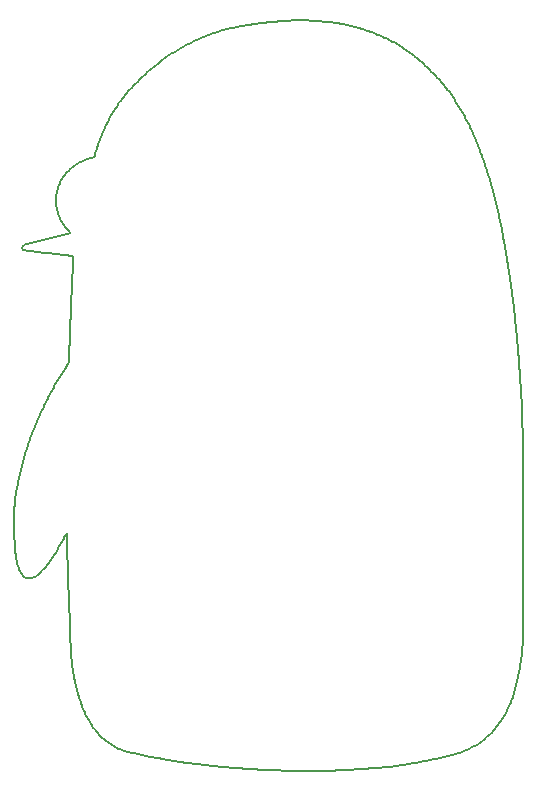
<source format=gbr>
%TF.GenerationSoftware,KiCad,Pcbnew,(5.1.0)-1*%
%TF.CreationDate,2019-10-25T10:12:22-05:00*%
%TF.ProjectId,wenk_sao,77656e6b-5f73-4616-9f2e-6b696361645f,v01*%
%TF.SameCoordinates,Original*%
%TF.FileFunction,Profile,NP*%
%FSLAX46Y46*%
G04 Gerber Fmt 4.6, Leading zero omitted, Abs format (unit mm)*
G04 Created by KiCad (PCBNEW (5.1.0)-1) date 2019-10-25 10:12:22*
%MOMM*%
%LPD*%
G04 APERTURE LIST*
%ADD10C,0.200000*%
G04 APERTURE END LIST*
D10*
X151359117Y-63398274D02*
X151359122Y-63398644D01*
X154846263Y-63728714D02*
X154676074Y-63696502D01*
X154676074Y-63696502D02*
X154503042Y-63668831D01*
X154503042Y-63668831D02*
X154321241Y-63643047D01*
X154321241Y-63643047D02*
X154142298Y-63619938D01*
X154142298Y-63619938D02*
X153958510Y-63597958D01*
X153958510Y-63597958D02*
X153776692Y-63577607D01*
X153776692Y-63577607D02*
X153592968Y-63558213D01*
X153592968Y-63558213D02*
X153408707Y-63539790D01*
X153408707Y-63539790D02*
X153221946Y-63522046D01*
X153221946Y-63522046D02*
X153036830Y-63505309D01*
X153036830Y-63505309D02*
X152846626Y-63488941D01*
X152846626Y-63488941D02*
X152659242Y-63473620D01*
X152659242Y-63473620D02*
X152468513Y-63458851D01*
X152468513Y-63458851D02*
X152277064Y-63444900D01*
X152277064Y-63444900D02*
X152088043Y-63432075D01*
X152088043Y-63432075D02*
X151898701Y-63420335D01*
X151898701Y-63420335D02*
X151704130Y-63409766D01*
X151704130Y-63409766D02*
X151509241Y-63401496D01*
X151509241Y-63401496D02*
X151359117Y-63398274D01*
X160804693Y-66326154D02*
X160689148Y-66241450D01*
X160689148Y-66241450D02*
X160572048Y-66157257D01*
X160572048Y-66157257D02*
X160452060Y-66072709D01*
X160452060Y-66072709D02*
X160333016Y-65990538D01*
X160333016Y-65990538D02*
X160213598Y-65909814D01*
X160213598Y-65909814D02*
X160092469Y-65829672D01*
X160092469Y-65829672D02*
X159969583Y-65750146D01*
X159969583Y-65750146D02*
X159843578Y-65670444D01*
X159843578Y-65670444D02*
X159715047Y-65591047D01*
X159715047Y-65591047D02*
X159588570Y-65514783D01*
X159588570Y-65514783D02*
X159460817Y-65439603D01*
X159460817Y-65439603D02*
X159332410Y-65365891D01*
X159332410Y-65365891D02*
X159199943Y-65291771D01*
X159199943Y-65291771D02*
X159068072Y-65219899D01*
X159068072Y-65219899D02*
X158936782Y-65150209D01*
X158936782Y-65150209D02*
X158802631Y-65080894D01*
X158802631Y-65080894D02*
X158666923Y-65012688D01*
X158666923Y-65012688D02*
X158524037Y-64942916D01*
X158524037Y-64942916D02*
X158380109Y-64874711D01*
X158380109Y-64874711D02*
X158239337Y-64809975D01*
X158239337Y-64809975D02*
X158100348Y-64747928D01*
X158100348Y-64747928D02*
X157952408Y-64683885D01*
X157952408Y-64683885D02*
X157803243Y-64621347D01*
X157803243Y-64621347D02*
X157652081Y-64560006D01*
X157652081Y-64560006D02*
X157501803Y-64501002D01*
X157501803Y-64501002D02*
X157356131Y-64445635D01*
X157356131Y-64445635D02*
X157208446Y-64391296D01*
X157208446Y-64391296D02*
X157057928Y-64337718D01*
X157057928Y-64337718D02*
X156908314Y-64286214D01*
X156908314Y-64286214D02*
X156754238Y-64234949D01*
X156754238Y-64234949D02*
X156601791Y-64185944D01*
X156601791Y-64185944D02*
X156446316Y-64137673D01*
X156446316Y-64137673D02*
X156285346Y-64089453D01*
X156285346Y-64089453D02*
X156124331Y-64042952D01*
X156124331Y-64042952D02*
X155963276Y-63998111D01*
X155963276Y-63998111D02*
X155802190Y-63954880D01*
X155802190Y-63954880D02*
X155642742Y-63913629D01*
X155642742Y-63913629D02*
X155479147Y-63872840D01*
X155479147Y-63872840D02*
X155315511Y-63833544D01*
X155315511Y-63833544D02*
X155150994Y-63795496D01*
X155150994Y-63795496D02*
X154983005Y-63758102D01*
X154983005Y-63758102D02*
X154846263Y-63728714D01*
X163720885Y-69262624D02*
X163634060Y-69148806D01*
X163634060Y-69148806D02*
X163543824Y-69035230D01*
X163543824Y-69035230D02*
X163453397Y-68925004D01*
X163453397Y-68925004D02*
X163359649Y-68813695D01*
X163359649Y-68813695D02*
X163266142Y-68705135D01*
X163266142Y-68705135D02*
X163171249Y-68597083D01*
X163171249Y-68597083D02*
X163074240Y-68488530D01*
X163074240Y-68488530D02*
X162975612Y-68379914D01*
X162975612Y-68379914D02*
X162878848Y-68274896D01*
X162878848Y-68274896D02*
X162781495Y-68170651D01*
X162781495Y-68170651D02*
X162683931Y-68067500D01*
X162683931Y-68067500D02*
X162584920Y-67964094D01*
X162584920Y-67964094D02*
X162481542Y-67857434D01*
X162481542Y-67857434D02*
X162378828Y-67752732D01*
X162378828Y-67752732D02*
X162277101Y-67650253D01*
X162277101Y-67650253D02*
X162171795Y-67545428D01*
X162171795Y-67545428D02*
X162068050Y-67443404D01*
X162068050Y-67443404D02*
X161964536Y-67342853D01*
X161964536Y-67342853D02*
X161859936Y-67242535D01*
X161859936Y-67242535D02*
X161754580Y-67142840D01*
X161754580Y-67142840D02*
X161650398Y-67045645D01*
X161650398Y-67045645D02*
X161544621Y-66948456D01*
X161544621Y-66948456D02*
X161437745Y-66851898D01*
X161437745Y-66851898D02*
X161330340Y-66756667D01*
X161330340Y-66756667D02*
X161223043Y-66663539D01*
X161223043Y-66663539D02*
X161113822Y-66571074D01*
X161113822Y-66571074D02*
X161003853Y-66480736D01*
X161003853Y-66480736D02*
X160892042Y-66392300D01*
X160892042Y-66392300D02*
X160804693Y-66326154D01*
X167474050Y-77506383D02*
X167429157Y-77345743D01*
X167429157Y-77345743D02*
X167384776Y-77189084D01*
X167384776Y-77189084D02*
X167337976Y-77026188D01*
X167337976Y-77026188D02*
X167291664Y-76867287D01*
X167291664Y-76867287D02*
X167245102Y-76709807D01*
X167245102Y-76709807D02*
X167196795Y-76548803D01*
X167196795Y-76548803D02*
X167149705Y-76394164D01*
X167149705Y-76394164D02*
X167101591Y-76238482D01*
X167101591Y-76238482D02*
X167048638Y-76069806D01*
X167048638Y-76069806D02*
X166999534Y-75915849D01*
X166999534Y-75915849D02*
X166948199Y-75757394D01*
X166948199Y-75757394D02*
X166895365Y-75596923D01*
X166895365Y-75596923D02*
X166844111Y-75443750D01*
X166844111Y-75443750D02*
X166793298Y-75294267D01*
X166793298Y-75294267D02*
X166739769Y-75139318D01*
X166739769Y-75139318D02*
X166686650Y-74988062D01*
X166686650Y-74988062D02*
X166633948Y-74840415D01*
X166633948Y-74840415D02*
X166580059Y-74691888D01*
X166580059Y-74691888D02*
X166525770Y-74544709D01*
X166525770Y-74544709D02*
X166468613Y-74392358D01*
X166468613Y-74392358D02*
X166410171Y-74239288D01*
X166410171Y-74239288D02*
X166353751Y-74094042D01*
X166353751Y-74094042D02*
X166296461Y-73949051D01*
X166296461Y-73949051D02*
X166236164Y-73799102D01*
X166236164Y-73799102D02*
X166176206Y-73652621D01*
X166176206Y-73652621D02*
X166116598Y-73509531D01*
X166116598Y-73509531D02*
X166054308Y-73362642D01*
X166054308Y-73362642D02*
X165991022Y-73216094D01*
X165991022Y-73216094D02*
X165928933Y-73074882D01*
X165928933Y-73074882D02*
X165866290Y-72934920D01*
X165866290Y-72934920D02*
X165803083Y-72796185D01*
X165803083Y-72796185D02*
X165737030Y-72653800D01*
X165737030Y-72653800D02*
X165672184Y-72516532D01*
X165672184Y-72516532D02*
X165607201Y-72381396D01*
X165607201Y-72381396D02*
X165534597Y-72233207D01*
X165534597Y-72233207D02*
X165466442Y-72096693D01*
X165466442Y-72096693D02*
X165394761Y-71955755D01*
X165394761Y-71955755D02*
X165325241Y-71821570D01*
X165325241Y-71821570D02*
X165255524Y-71689404D01*
X165255524Y-71689404D02*
X165183156Y-71554678D01*
X165183156Y-71554678D02*
X165111542Y-71423751D01*
X165111542Y-71423751D02*
X165039210Y-71293855D01*
X165039210Y-71293855D02*
X164965643Y-71164080D01*
X164965643Y-71164080D02*
X164890818Y-71034429D01*
X164890818Y-71034429D02*
X164816253Y-70907504D01*
X164816253Y-70907504D02*
X164735704Y-70772862D01*
X164735704Y-70772862D02*
X164655859Y-70641835D01*
X164655859Y-70641835D02*
X164575150Y-70511780D01*
X164575150Y-70511780D02*
X164495724Y-70386055D01*
X164495724Y-70386055D02*
X164411644Y-70255320D01*
X164411644Y-70255320D02*
X164331590Y-70133019D01*
X164331590Y-70133019D02*
X164247906Y-70007366D01*
X164247906Y-70007366D02*
X164166694Y-69887485D01*
X164166694Y-69887485D02*
X164081782Y-69764242D01*
X164081782Y-69764242D02*
X163998823Y-69645832D01*
X163998823Y-69645832D02*
X163911504Y-69523253D01*
X163911504Y-69523253D02*
X163822634Y-69400585D01*
X163822634Y-69400585D02*
X163733968Y-69280219D01*
X163733968Y-69280219D02*
X163720885Y-69262624D01*
X169878573Y-93642403D02*
X169865982Y-93452230D01*
X169865982Y-93452230D02*
X169853158Y-93262577D01*
X169853158Y-93262577D02*
X169839935Y-93071113D01*
X169839935Y-93071113D02*
X169825804Y-92870885D01*
X169825804Y-92870885D02*
X169811071Y-92666615D01*
X169811071Y-92666615D02*
X169796231Y-92465281D01*
X169796231Y-92465281D02*
X169782171Y-92278384D01*
X169782171Y-92278384D02*
X169767342Y-92085130D01*
X169767342Y-92085130D02*
X169751899Y-91887876D01*
X169751899Y-91887876D02*
X169734901Y-91675252D01*
X169734901Y-91675252D02*
X169719475Y-91486099D01*
X169719475Y-91486099D02*
X169703992Y-91299789D01*
X169703992Y-91299789D02*
X169687883Y-91109516D01*
X169687883Y-91109516D02*
X169671526Y-90919843D01*
X169671526Y-90919843D02*
X169654920Y-90730766D01*
X169654920Y-90730766D02*
X169638065Y-90542289D01*
X169638065Y-90542289D02*
X169620142Y-90345488D01*
X169620142Y-90345488D02*
X169602779Y-90158256D01*
X169602779Y-90158256D02*
X169583479Y-89953892D01*
X169583479Y-89953892D02*
X169565170Y-89763521D01*
X169565170Y-89763521D02*
X169547256Y-89580408D01*
X169547256Y-89580408D02*
X169528220Y-89389119D01*
X169528220Y-89389119D02*
X169508699Y-89196313D01*
X169508699Y-89196313D02*
X169489362Y-89008556D01*
X169489362Y-89008556D02*
X169469308Y-88817113D01*
X169469308Y-88817113D02*
X169448754Y-88624205D01*
X169448754Y-88624205D02*
X169428872Y-88440637D01*
X169428872Y-88440637D02*
X169408975Y-88259870D01*
X169408975Y-88259870D02*
X169387874Y-88071186D01*
X169387874Y-88071186D02*
X169366752Y-87885348D01*
X169366752Y-87885348D02*
X169345369Y-87700204D01*
X169345369Y-87700204D02*
X169323979Y-87517877D01*
X169323979Y-87517877D02*
X169301831Y-87332026D01*
X169301831Y-87332026D02*
X169278394Y-87138498D01*
X169278394Y-87138498D02*
X169256484Y-86960407D01*
X169256484Y-86960407D02*
X169233808Y-86778831D01*
X169233808Y-86778831D02*
X169210078Y-86591750D01*
X169210078Y-86591750D02*
X169187149Y-86413706D01*
X169187149Y-86413706D02*
X169162344Y-86224026D01*
X169162344Y-86224026D02*
X169138900Y-86047456D01*
X169138900Y-86047456D02*
X169111883Y-85847120D01*
X169111883Y-85847120D02*
X169085667Y-85655842D01*
X169085667Y-85655842D02*
X169060289Y-85473511D01*
X169060289Y-85473511D02*
X169033497Y-85283930D01*
X169033497Y-85283930D02*
X169005250Y-85087212D01*
X169005250Y-85087212D02*
X168977858Y-84899420D01*
X168977858Y-84899420D02*
X168951656Y-84722432D01*
X168951656Y-84722432D02*
X168925190Y-84546238D01*
X168925190Y-84546238D02*
X168897859Y-84366910D01*
X168897859Y-84366910D02*
X168870257Y-84188423D01*
X168870257Y-84188423D02*
X168842691Y-84012724D01*
X168842691Y-84012724D02*
X168812995Y-83826229D01*
X168812995Y-83826229D02*
X168783627Y-83644535D01*
X168783627Y-83644535D02*
X168755240Y-83471432D01*
X168755240Y-83471432D02*
X168723387Y-83280078D01*
X168723387Y-83280078D02*
X168694123Y-83106855D01*
X168694123Y-83106855D02*
X168663285Y-82926943D01*
X168663285Y-82926943D02*
X168631168Y-82742348D01*
X168631168Y-82742348D02*
X168600737Y-82569978D01*
X168600737Y-82569978D02*
X168570033Y-82398508D01*
X168570033Y-82398508D02*
X168539055Y-82227943D01*
X168539055Y-82227943D02*
X168507810Y-82058288D01*
X168507810Y-82058288D02*
X168474919Y-81882230D01*
X168474919Y-81882230D02*
X168441735Y-81707171D01*
X168441735Y-81707171D02*
X168408957Y-81536729D01*
X168408957Y-81536729D02*
X168375194Y-81363661D01*
X168375194Y-81363661D02*
X168341139Y-81191604D01*
X168341139Y-81191604D02*
X168306794Y-81020566D01*
X168306794Y-81020566D02*
X168272522Y-80852315D01*
X168272522Y-80852315D02*
X168237236Y-80681560D01*
X168237236Y-80681560D02*
X168202023Y-80513601D01*
X168202023Y-80513601D02*
X168166523Y-80346680D01*
X168166523Y-80346680D02*
X168128490Y-80170467D01*
X168128490Y-80170467D02*
X168089381Y-79992017D01*
X168089381Y-79992017D02*
X168052978Y-79828386D01*
X168052978Y-79828386D02*
X168014759Y-79659062D01*
X168014759Y-79659062D02*
X167973522Y-79479157D01*
X167973522Y-79479157D02*
X167934275Y-79310560D01*
X167934275Y-79310560D02*
X167893539Y-79138194D01*
X167893539Y-79138194D02*
X167854052Y-78973645D01*
X167854052Y-78973645D02*
X167811068Y-78797252D01*
X167811068Y-78797252D02*
X167770145Y-78631923D01*
X167770145Y-78631923D02*
X167728094Y-78464619D01*
X167728094Y-78464619D02*
X167683262Y-78289066D01*
X167683262Y-78289066D02*
X167640539Y-78124418D01*
X167640539Y-78124418D02*
X167598736Y-77965762D01*
X167598736Y-77965762D02*
X167554538Y-77800579D01*
X167554538Y-77800579D02*
X167508737Y-77632141D01*
X167508737Y-77632141D02*
X167474050Y-77506383D01*
X170033542Y-95981143D02*
X170019685Y-95774457D01*
X170019685Y-95774457D02*
X170006925Y-95583430D01*
X170006925Y-95583430D02*
X169992969Y-95373987D01*
X169992969Y-95373987D02*
X169978088Y-95150177D01*
X169978088Y-95150177D02*
X169963867Y-94935875D01*
X169963867Y-94935875D02*
X169949296Y-94715971D01*
X169949296Y-94715971D02*
X169935929Y-94513883D01*
X169935929Y-94513883D02*
X169922605Y-94312125D01*
X169922605Y-94312125D02*
X169909481Y-94113038D01*
X169909481Y-94113038D02*
X169896714Y-93918966D01*
X169896714Y-93918966D02*
X169882082Y-93695996D01*
X169882082Y-93695996D02*
X169878573Y-93642403D01*
X170086382Y-104487901D02*
X170110471Y-104308237D01*
X170110471Y-104308237D02*
X170114279Y-104109489D01*
X170114279Y-104109489D02*
X170116695Y-103911174D01*
X170116695Y-103911174D02*
X170118373Y-103708049D01*
X170118373Y-103708049D02*
X170119502Y-103507566D01*
X170119502Y-103507566D02*
X170120274Y-103296054D01*
X170120274Y-103296054D02*
X170120705Y-103091537D01*
X170120705Y-103091537D02*
X170120875Y-102891022D01*
X170120875Y-102891022D02*
X170120835Y-102686917D01*
X170120835Y-102686917D02*
X170120597Y-102475170D01*
X170120597Y-102475170D02*
X170120162Y-102256499D01*
X170120162Y-102256499D02*
X170119605Y-102054375D01*
X170119605Y-102054375D02*
X170118898Y-101847758D01*
X170118898Y-101847758D02*
X170118045Y-101637175D01*
X170118045Y-101637175D02*
X170117045Y-101423154D01*
X170117045Y-101423154D02*
X170115904Y-101206221D01*
X170115904Y-101206221D02*
X170114625Y-100986904D01*
X170114625Y-100986904D02*
X170113209Y-100765729D01*
X170113209Y-100765729D02*
X170111663Y-100543225D01*
X170111663Y-100543225D02*
X170109985Y-100319918D01*
X170109985Y-100319918D02*
X170108185Y-100096337D01*
X170108185Y-100096337D02*
X170106481Y-99897793D01*
X170106481Y-99897793D02*
X170104454Y-99675131D01*
X170104454Y-99675131D02*
X170102494Y-99472109D01*
X170102494Y-99472109D02*
X170100374Y-99264460D01*
X170100374Y-99264460D02*
X170098222Y-99064814D01*
X170098222Y-99064814D02*
X170095877Y-98858540D01*
X170095877Y-98858540D02*
X170093473Y-98658143D01*
X170093473Y-98658143D02*
X170090869Y-98452450D01*
X170090869Y-98452450D02*
X170088053Y-98242459D01*
X170088053Y-98242459D02*
X170084977Y-98026589D01*
X170084977Y-98026589D02*
X170081960Y-97827586D01*
X170081960Y-97827586D02*
X170078683Y-97624569D01*
X170078683Y-97624569D02*
X170075084Y-97416887D01*
X170075084Y-97416887D02*
X170071405Y-97219765D01*
X170071405Y-97219765D02*
X170067417Y-97022821D01*
X170067417Y-97022821D02*
X170063015Y-96824718D01*
X170063015Y-96824718D02*
X170057983Y-96622242D01*
X170057983Y-96622242D02*
X170052420Y-96427005D01*
X170052420Y-96427005D02*
X170045682Y-96229918D01*
X170045682Y-96229918D02*
X170037019Y-96038508D01*
X170037019Y-96038508D02*
X170033542Y-95981143D01*
X170120662Y-109648562D02*
X170121080Y-109444168D01*
X170121080Y-109444168D02*
X170121119Y-109224452D01*
X170121119Y-109224452D02*
X170120768Y-109006659D01*
X170120768Y-109006659D02*
X170120063Y-108788335D01*
X170120063Y-108788335D02*
X170119044Y-108569498D01*
X170119044Y-108569498D02*
X170117874Y-108370125D01*
X170117874Y-108370125D02*
X170116494Y-108170348D01*
X170116494Y-108170348D02*
X170114936Y-107970182D01*
X170114936Y-107970182D02*
X170113137Y-107759604D01*
X170113137Y-107759604D02*
X170111293Y-107558675D01*
X170111293Y-107558675D02*
X170109350Y-107357392D01*
X170109350Y-107357392D02*
X170107334Y-107155765D01*
X170107334Y-107155765D02*
X170104229Y-106852712D01*
X170104229Y-106852712D02*
X170102024Y-106638866D01*
X170102024Y-106638866D02*
X170099976Y-106437377D01*
X170099976Y-106437377D02*
X170097907Y-106229245D01*
X170097907Y-106229245D02*
X170095964Y-106025904D01*
X170095964Y-106025904D02*
X170094109Y-105821021D01*
X170094109Y-105821021D02*
X170092343Y-105610778D01*
X170092343Y-105610778D02*
X170090796Y-105408567D01*
X170090796Y-105408567D02*
X170089444Y-105208681D01*
X170089444Y-105208681D02*
X170088192Y-104990031D01*
X170088192Y-104990031D02*
X170087275Y-104789064D01*
X170087275Y-104789064D02*
X170086603Y-104585342D01*
X170086603Y-104585342D02*
X170086382Y-104487901D01*
X170128862Y-113054612D02*
X170130025Y-112855566D01*
X170130025Y-112855566D02*
X170131180Y-112632149D01*
X170131180Y-112632149D02*
X170132080Y-112431443D01*
X170132080Y-112431443D02*
X170132858Y-112226099D01*
X170132858Y-112226099D02*
X170133496Y-112017060D01*
X170133496Y-112017060D02*
X170133974Y-111805369D01*
X170133974Y-111805369D02*
X170134280Y-111584131D01*
X170134280Y-111584131D02*
X170134372Y-111371075D01*
X170134372Y-111371075D02*
X170134246Y-111159293D01*
X170134246Y-111159293D02*
X170133898Y-110957408D01*
X170133898Y-110957408D02*
X170133286Y-110752723D01*
X170133286Y-110752723D02*
X170132380Y-110551487D01*
X170132380Y-110551487D02*
X170131114Y-110351618D01*
X170131114Y-110351618D02*
X170129313Y-110145885D01*
X170129313Y-110145885D02*
X170126881Y-109947429D01*
X170126881Y-109947429D02*
X170123335Y-109750269D01*
X170123335Y-109750269D02*
X170120662Y-109648562D01*
X169703591Y-119018872D02*
X169741918Y-118821982D01*
X169741918Y-118821982D02*
X169776679Y-118643171D01*
X169776679Y-118643171D02*
X169809152Y-118475105D01*
X169809152Y-118475105D02*
X169841697Y-118304610D01*
X169841697Y-118304610D02*
X169874288Y-118130214D01*
X169874288Y-118130214D02*
X169906004Y-117954688D01*
X169906004Y-117954688D02*
X169935751Y-117781644D01*
X169935751Y-117781644D02*
X169963975Y-117605461D01*
X169963975Y-117605461D02*
X169989536Y-117429938D01*
X169989536Y-117429938D02*
X170012448Y-117252044D01*
X170012448Y-117252044D02*
X170032749Y-117068304D01*
X170032749Y-117068304D02*
X170049744Y-116884048D01*
X170049744Y-116884048D02*
X170064109Y-116693197D01*
X170064109Y-116693197D02*
X170075531Y-116504354D01*
X170075531Y-116504354D02*
X170084860Y-116311143D01*
X170084860Y-116311143D02*
X170092367Y-116115552D01*
X170092367Y-116115552D02*
X170098404Y-115918012D01*
X170098404Y-115918012D02*
X170103367Y-115714895D01*
X170103367Y-115714895D02*
X170107254Y-115518008D01*
X170107254Y-115518008D02*
X170110506Y-115317287D01*
X170110506Y-115317287D02*
X170113279Y-115110766D01*
X170113279Y-115110766D02*
X170115618Y-114903803D01*
X170115618Y-114903803D02*
X170117590Y-114700934D01*
X170117590Y-114700934D02*
X170119303Y-114500937D01*
X170119303Y-114500937D02*
X170121007Y-114279206D01*
X170121007Y-114279206D02*
X170122523Y-114063505D01*
X170122523Y-114063505D02*
X170123885Y-113857260D01*
X170123885Y-113857260D02*
X170125183Y-113652244D01*
X170125183Y-113652244D02*
X170126505Y-113438566D01*
X170126505Y-113438566D02*
X170128009Y-113193220D01*
X170128009Y-113193220D02*
X170128862Y-113054612D01*
X164460374Y-125527321D02*
X164644431Y-125466381D01*
X164644431Y-125466381D02*
X164795043Y-125413060D01*
X164795043Y-125413060D02*
X164959367Y-125351156D01*
X164959367Y-125351156D02*
X165109260Y-125291133D01*
X165109260Y-125291133D02*
X165252979Y-125230232D01*
X165252979Y-125230232D02*
X165394511Y-125166910D01*
X165394511Y-125166910D02*
X165536656Y-125099802D01*
X165536656Y-125099802D02*
X165671926Y-125032507D01*
X165671926Y-125032507D02*
X165809596Y-124960415D01*
X165809596Y-124960415D02*
X165938772Y-124889302D01*
X165938772Y-124889302D02*
X166069384Y-124813804D01*
X166069384Y-124813804D02*
X166195241Y-124737464D01*
X166195241Y-124737464D02*
X166327471Y-124653261D01*
X166327471Y-124653261D02*
X166448185Y-124572622D01*
X166448185Y-124572622D02*
X166566849Y-124489657D01*
X166566849Y-124489657D02*
X166683464Y-124404366D01*
X166683464Y-124404366D02*
X166798033Y-124316745D01*
X166798033Y-124316745D02*
X166910559Y-124226787D01*
X166910559Y-124226787D02*
X167020284Y-124135140D01*
X167020284Y-124135140D02*
X167129492Y-124039854D01*
X167129492Y-124039854D02*
X167241026Y-123938102D01*
X167241026Y-123938102D02*
X167368916Y-123815540D01*
X167368916Y-123815540D02*
X167470704Y-123713207D01*
X167470704Y-123713207D02*
X167570462Y-123608521D01*
X167570462Y-123608521D02*
X167668195Y-123501475D01*
X167668195Y-123501475D02*
X167763250Y-123392837D01*
X167763250Y-123392837D02*
X167855027Y-123283437D01*
X167855027Y-123283437D02*
X167944867Y-123171763D01*
X167944867Y-123171763D02*
X168034011Y-123056186D01*
X168034011Y-123056186D02*
X168121773Y-122937435D01*
X168121773Y-122937435D02*
X168205173Y-122819705D01*
X168205173Y-122819705D02*
X168286676Y-122699725D01*
X168286676Y-122699725D02*
X168368530Y-122573966D01*
X168368530Y-122573966D02*
X168446193Y-122449412D01*
X168446193Y-122449412D02*
X168521430Y-122323513D01*
X168521430Y-122323513D02*
X168597936Y-122189802D01*
X168597936Y-122189802D02*
X168669883Y-122058399D01*
X168669883Y-122058399D02*
X168739948Y-121924729D01*
X168739948Y-121924729D02*
X168813891Y-121777029D01*
X168813891Y-121777029D02*
X168880041Y-121638619D01*
X168880041Y-121638619D02*
X168949736Y-121485768D01*
X168949736Y-121485768D02*
X169015478Y-121334356D01*
X169015478Y-121334356D02*
X169075740Y-121188778D01*
X169075740Y-121188778D02*
X169132495Y-121045173D01*
X169132495Y-121045173D02*
X169187491Y-120899408D01*
X169187491Y-120899408D02*
X169240728Y-120751479D01*
X169240728Y-120751479D02*
X169293323Y-120598051D01*
X169293323Y-120598051D02*
X169343371Y-120444612D01*
X169343371Y-120444612D02*
X169391298Y-120290118D01*
X169391298Y-120290118D02*
X169437474Y-120133447D01*
X169437474Y-120133447D02*
X169481903Y-119974602D01*
X169481903Y-119974602D02*
X169524589Y-119813578D01*
X169524589Y-119813578D02*
X169571406Y-119626185D01*
X169571406Y-119626185D02*
X169610353Y-119460472D01*
X169610353Y-119460472D02*
X169646761Y-119296300D01*
X169646761Y-119296300D02*
X169681763Y-119128774D01*
X169681763Y-119128774D02*
X169703591Y-119018872D01*
X160228022Y-126414421D02*
X160404601Y-126385053D01*
X160404601Y-126385053D02*
X160578437Y-126355506D01*
X160578437Y-126355506D02*
X160753853Y-126325084D01*
X160753853Y-126325084D02*
X160930430Y-126293876D01*
X160930430Y-126293876D02*
X161117614Y-126260178D01*
X161117614Y-126260178D02*
X161295266Y-126227628D01*
X161295266Y-126227628D02*
X161465413Y-126195948D01*
X161465413Y-126195948D02*
X161639991Y-126162932D01*
X161639991Y-126162932D02*
X161818542Y-126128635D01*
X161818542Y-126128635D02*
X161988458Y-126095494D01*
X161988458Y-126095494D02*
X162161490Y-126061237D01*
X162161490Y-126061237D02*
X162334702Y-126026416D01*
X162334702Y-126026416D02*
X162502924Y-125992074D01*
X162502924Y-125992074D02*
X162677210Y-125955925D01*
X162677210Y-125955925D02*
X162847643Y-125919976D01*
X162847643Y-125919976D02*
X163013730Y-125884335D01*
X163013730Y-125884335D02*
X163181239Y-125847722D01*
X163181239Y-125847722D02*
X163346985Y-125810763D01*
X163346985Y-125810763D02*
X163509902Y-125773633D01*
X163509902Y-125773633D02*
X163676086Y-125734798D01*
X163676086Y-125734798D02*
X163837795Y-125695898D01*
X163837795Y-125695898D02*
X163999377Y-125655655D01*
X163999377Y-125655655D02*
X164159710Y-125613927D01*
X164159710Y-125613927D02*
X164316675Y-125570570D01*
X164316675Y-125570570D02*
X164460374Y-125527321D01*
X155807136Y-126844051D02*
X155994404Y-126830276D01*
X155994404Y-126830276D02*
X156189671Y-126816309D01*
X156189671Y-126816309D02*
X156377675Y-126803232D01*
X156377675Y-126803232D02*
X156576328Y-126789789D01*
X156576328Y-126789789D02*
X156771307Y-126776926D01*
X156771307Y-126776926D02*
X156960265Y-126764709D01*
X156960265Y-126764709D02*
X157156474Y-126752171D01*
X157156474Y-126752171D02*
X157346415Y-126740022D01*
X157346415Y-126740022D02*
X157535188Y-126727740D01*
X157535188Y-126727740D02*
X157725473Y-126714886D01*
X157725473Y-126714886D02*
X157916682Y-126701183D01*
X157916682Y-126701183D02*
X158102801Y-126686764D01*
X158102801Y-126686764D02*
X158292596Y-126670657D01*
X158292596Y-126670657D02*
X158477180Y-126653402D01*
X158477180Y-126653402D02*
X158665253Y-126634066D01*
X158665253Y-126634066D02*
X158846012Y-126613776D01*
X158846012Y-126613776D02*
X159030052Y-126591452D01*
X159030052Y-126591452D02*
X159210463Y-126568035D01*
X159210463Y-126568035D02*
X159389280Y-126543470D01*
X159389280Y-126543470D02*
X159566229Y-126517981D01*
X159566229Y-126517981D02*
X159745525Y-126491088D01*
X159745525Y-126491088D02*
X159921938Y-126463717D01*
X159921938Y-126463717D02*
X160102403Y-126434903D01*
X160102403Y-126434903D02*
X160228022Y-126414421D01*
X153553982Y-126944421D02*
X153755562Y-126944351D01*
X153755562Y-126944351D02*
X153956673Y-126938686D01*
X153956673Y-126938686D02*
X154154009Y-126931270D01*
X154154009Y-126931270D02*
X154350621Y-126922821D01*
X154350621Y-126922821D02*
X154549287Y-126913538D01*
X154549287Y-126913538D02*
X154747186Y-126903717D01*
X154747186Y-126903717D02*
X154940306Y-126893676D01*
X154940306Y-126893676D02*
X155136462Y-126883076D01*
X155136462Y-126883076D02*
X155329163Y-126872293D01*
X155329163Y-126872293D02*
X155520220Y-126861263D01*
X155520220Y-126861263D02*
X155719142Y-126849415D01*
X155719142Y-126849415D02*
X155807136Y-126844051D01*
X150573896Y-126950421D02*
X150769269Y-126956664D01*
X150769269Y-126956664D02*
X150966515Y-126961486D01*
X150966515Y-126961486D02*
X151163650Y-126965107D01*
X151163650Y-126965107D02*
X151361040Y-126967724D01*
X151361040Y-126967724D02*
X151562089Y-126969483D01*
X151562089Y-126969483D02*
X151764401Y-126970426D01*
X151764401Y-126970426D02*
X151967582Y-126970597D01*
X151967582Y-126970597D02*
X152190216Y-126969937D01*
X152190216Y-126969937D02*
X152390716Y-126968597D01*
X152390716Y-126968597D02*
X152596914Y-126966477D01*
X152596914Y-126966477D02*
X152797614Y-126963652D01*
X152797614Y-126963652D02*
X152999546Y-126959988D01*
X152999546Y-126959988D02*
X153200912Y-126955400D01*
X153200912Y-126955400D02*
X153397693Y-126949824D01*
X153397693Y-126949824D02*
X153553982Y-126944421D01*
X146977863Y-126811591D02*
X147169248Y-126823084D01*
X147169248Y-126823084D02*
X147359813Y-126833070D01*
X147359813Y-126833070D02*
X147560053Y-126842973D01*
X147560053Y-126842973D02*
X147756070Y-126852311D01*
X147756070Y-126852311D02*
X147954412Y-126861492D01*
X147954412Y-126861492D02*
X148159029Y-126870736D01*
X148159029Y-126870736D02*
X148351815Y-126879253D01*
X148351815Y-126879253D02*
X148546374Y-126887670D01*
X148546374Y-126887670D02*
X148748032Y-126896214D01*
X148748032Y-126896214D02*
X148947223Y-126904463D01*
X148947223Y-126904463D02*
X149144304Y-126912423D01*
X149144304Y-126912423D02*
X149337160Y-126920000D01*
X149337160Y-126920000D02*
X149541887Y-126927773D01*
X149541887Y-126927773D02*
X149736111Y-126934830D01*
X149736111Y-126934830D02*
X149936590Y-126941688D01*
X149936590Y-126941688D02*
X150133718Y-126947814D01*
X150133718Y-126947814D02*
X150333352Y-126952921D01*
X150333352Y-126952921D02*
X150531802Y-126954682D01*
X150531802Y-126954682D02*
X150573896Y-126950421D01*
X146977863Y-126811961D02*
X146977863Y-126811591D01*
X136633186Y-125328571D02*
X136795139Y-125369061D01*
X136795139Y-125369061D02*
X136955912Y-125408505D01*
X136955912Y-125408505D02*
X137121811Y-125448431D01*
X137121811Y-125448431D02*
X137290818Y-125488307D01*
X137290818Y-125488307D02*
X137454473Y-125526163D01*
X137454473Y-125526163D02*
X137624483Y-125564711D01*
X137624483Y-125564711D02*
X137795578Y-125602719D01*
X137795578Y-125602719D02*
X137960184Y-125638553D01*
X137960184Y-125638553D02*
X138128020Y-125674363D01*
X138128020Y-125674363D02*
X138310160Y-125712406D01*
X138310160Y-125712406D02*
X138479192Y-125746962D01*
X138479192Y-125746962D02*
X138646012Y-125780374D01*
X138646012Y-125780374D02*
X138817318Y-125813983D01*
X138817318Y-125813983D02*
X138988676Y-125846898D01*
X138988676Y-125846898D02*
X139163503Y-125879773D01*
X139163503Y-125879773D02*
X139334995Y-125911338D01*
X139334995Y-125911338D02*
X139520409Y-125944720D01*
X139520409Y-125944720D02*
X139695601Y-125975568D01*
X139695601Y-125975568D02*
X139870897Y-126005770D01*
X139870897Y-126005770D02*
X140042751Y-126034748D01*
X140042751Y-126034748D02*
X140222982Y-126064481D01*
X140222982Y-126064481D02*
X140414176Y-126095303D01*
X140414176Y-126095303D02*
X140587567Y-126122628D01*
X140587567Y-126122628D02*
X140764665Y-126149936D01*
X140764665Y-126149936D02*
X140940640Y-126176483D01*
X140940640Y-126176483D02*
X141115452Y-126202283D01*
X141115452Y-126202283D02*
X141295300Y-126228249D01*
X141295300Y-126228249D02*
X141471499Y-126253128D01*
X141471499Y-126253128D02*
X141647754Y-126277480D01*
X141647754Y-126277480D02*
X141825330Y-126301480D01*
X141825330Y-126301480D02*
X142004243Y-126325130D01*
X142004243Y-126325130D02*
X142187101Y-126348766D01*
X142187101Y-126348766D02*
X142373979Y-126372376D01*
X142373979Y-126372376D02*
X142554459Y-126394664D01*
X142554459Y-126394664D02*
X142738960Y-126416941D01*
X142738960Y-126416941D02*
X142922228Y-126438571D01*
X142922228Y-126438571D02*
X143101538Y-126459266D01*
X143101538Y-126459266D02*
X143287611Y-126480265D01*
X143287611Y-126480265D02*
X143472405Y-126500648D01*
X143472405Y-126500648D02*
X143658624Y-126520725D01*
X143658624Y-126520725D02*
X143843516Y-126540212D01*
X143843516Y-126540212D02*
X144032618Y-126559692D01*
X144032618Y-126559692D02*
X144214758Y-126578033D01*
X144214758Y-126578033D02*
X144396847Y-126595965D01*
X144396847Y-126595965D02*
X144588862Y-126614451D01*
X144588862Y-126614451D02*
X144775191Y-126631980D01*
X144775191Y-126631980D02*
X144965830Y-126649509D01*
X144965830Y-126649509D02*
X145152099Y-126666250D01*
X145152099Y-126666250D02*
X145342713Y-126682998D01*
X145342713Y-126682998D02*
X145531818Y-126699237D01*
X145531818Y-126699237D02*
X145722353Y-126715226D01*
X145722353Y-126715226D02*
X145911321Y-126730729D01*
X145911321Y-126730729D02*
X146098673Y-126745757D01*
X146098673Y-126745757D02*
X146285876Y-126760440D01*
X146285876Y-126760440D02*
X146477530Y-126775136D01*
X146477530Y-126775136D02*
X146672167Y-126789721D01*
X146672167Y-126789721D02*
X146862024Y-126803626D01*
X146862024Y-126803626D02*
X146977863Y-126811961D01*
X132154453Y-119191962D02*
X132189181Y-119362698D01*
X132189181Y-119362698D02*
X132224870Y-119529803D01*
X132224870Y-119529803D02*
X132262056Y-119695808D01*
X132262056Y-119695808D02*
X132300185Y-119858220D01*
X132300185Y-119858220D02*
X132340740Y-120023106D01*
X132340740Y-120023106D02*
X132382277Y-120184333D01*
X132382277Y-120184333D02*
X132425731Y-120345450D01*
X132425731Y-120345450D02*
X132470170Y-120502907D01*
X132470170Y-120502907D02*
X132515904Y-120657890D01*
X132515904Y-120657890D02*
X132564339Y-120814848D01*
X132564339Y-120814848D02*
X132613789Y-120968096D01*
X132613789Y-120968096D02*
X132665340Y-121120913D01*
X132665340Y-121120913D02*
X132717905Y-121270024D01*
X132717905Y-121270024D02*
X132771852Y-121416521D01*
X132771852Y-121416521D02*
X132828785Y-121564480D01*
X132828785Y-121564480D02*
X132897049Y-121733608D01*
X132897049Y-121733608D02*
X132956728Y-121874608D01*
X132956728Y-121874608D02*
X133018717Y-122014807D01*
X133018717Y-122014807D02*
X133083079Y-122154089D01*
X133083079Y-122154089D02*
X133151694Y-122296008D01*
X133151694Y-122296008D02*
X133221502Y-122433924D01*
X133221502Y-122433924D02*
X133291525Y-122566145D01*
X133291525Y-122566145D02*
X133363611Y-122696283D01*
X133363611Y-122696283D02*
X133440773Y-122829304D01*
X133440773Y-122829304D02*
X133517151Y-122954984D01*
X133517151Y-122954984D02*
X133595171Y-123077608D01*
X133595171Y-123077608D02*
X133676961Y-123200284D01*
X133676961Y-123200284D02*
X133762111Y-123322016D01*
X133762111Y-123322016D02*
X133847964Y-123438946D01*
X133847964Y-123438946D02*
X133935015Y-123551914D01*
X133935015Y-123551914D02*
X134026106Y-123664447D01*
X134026106Y-123664447D02*
X134121379Y-123776298D01*
X134121379Y-123776298D02*
X134216787Y-123882660D01*
X134216787Y-123882660D02*
X134314668Y-123986248D01*
X134314668Y-123986248D02*
X134416301Y-124088213D01*
X134416301Y-124088213D02*
X134519259Y-124186020D01*
X134519259Y-124186020D02*
X134626737Y-124282558D01*
X134626737Y-124282558D02*
X134735594Y-124374855D01*
X134735594Y-124374855D02*
X134847805Y-124464544D01*
X134847805Y-124464544D02*
X134964129Y-124551991D01*
X134964129Y-124551991D02*
X135082593Y-124635572D01*
X135082593Y-124635572D02*
X135203198Y-124715290D01*
X135203198Y-124715290D02*
X135331713Y-124794585D01*
X135331713Y-124794585D02*
X135459645Y-124868033D01*
X135459645Y-124868033D02*
X135592814Y-124938978D01*
X135592814Y-124938978D02*
X135734420Y-125008578D01*
X135734420Y-125008578D02*
X135873185Y-125071243D01*
X135873185Y-125071243D02*
X136015914Y-125130278D01*
X136015914Y-125130278D02*
X136161889Y-125185254D01*
X136161889Y-125185254D02*
X136312779Y-125236627D01*
X136312779Y-125236627D02*
X136471196Y-125284902D01*
X136471196Y-125284902D02*
X136631501Y-125328145D01*
X136631501Y-125328145D02*
X136633186Y-125328571D01*
X131762392Y-114690392D02*
X131767615Y-114886735D01*
X131767615Y-114886735D02*
X131773297Y-115084800D01*
X131773297Y-115084800D02*
X131779537Y-115285560D01*
X131779537Y-115285560D02*
X131786147Y-115481325D01*
X131786147Y-115481325D02*
X131793420Y-115679069D01*
X131793420Y-115679069D02*
X131801213Y-115872966D01*
X131801213Y-115872966D02*
X131809687Y-116065616D01*
X131809687Y-116065616D02*
X131818973Y-116258067D01*
X131818973Y-116258067D02*
X131829093Y-116448857D01*
X131829093Y-116448857D02*
X131840409Y-116642505D01*
X131840409Y-116642505D02*
X131853074Y-116838502D01*
X131853074Y-116838502D02*
X131866440Y-117025678D01*
X131866440Y-117025678D02*
X131881252Y-117213644D01*
X131881252Y-117213644D02*
X131897260Y-117397777D01*
X131897260Y-117397777D02*
X131914892Y-117581929D01*
X131914892Y-117581929D02*
X131933945Y-117762951D01*
X131933945Y-117762951D02*
X131955198Y-117946980D01*
X131955198Y-117946980D02*
X131977688Y-118125117D01*
X131977688Y-118125117D02*
X132002080Y-118302736D01*
X132002080Y-118302736D02*
X132028101Y-118477826D01*
X132028101Y-118477826D02*
X132056117Y-118652958D01*
X132056117Y-118652958D02*
X132086250Y-118828909D01*
X132086250Y-118828909D02*
X132118300Y-119004747D01*
X132118300Y-119004747D02*
X132150943Y-119174235D01*
X132150943Y-119174235D02*
X132154453Y-119191962D01*
X131652413Y-111737892D02*
X131663394Y-111927096D01*
X131663394Y-111927096D02*
X131673203Y-112123317D01*
X131673203Y-112123317D02*
X131682057Y-112317567D01*
X131682057Y-112317567D02*
X131690259Y-112509936D01*
X131690259Y-112509936D02*
X131698367Y-112710770D01*
X131698367Y-112710770D02*
X131706068Y-112910812D01*
X131706068Y-112910812D02*
X131713526Y-113113081D01*
X131713526Y-113113081D02*
X131720460Y-113308765D01*
X131720460Y-113308765D02*
X131727180Y-113505665D01*
X131727180Y-113505665D02*
X131733650Y-113702403D01*
X131733650Y-113702403D02*
X131740045Y-113904589D01*
X131740045Y-113904589D02*
X131746314Y-114111114D01*
X131746314Y-114111114D02*
X131752300Y-114317319D01*
X131752300Y-114317319D02*
X131757958Y-114521958D01*
X131757958Y-114521958D02*
X131762392Y-114690392D01*
X131554573Y-108821772D02*
X131558860Y-109027352D01*
X131558860Y-109027352D02*
X131563425Y-109229019D01*
X131563425Y-109229019D02*
X131568351Y-109432109D01*
X131568351Y-109432109D02*
X131573604Y-109635394D01*
X131573604Y-109635394D02*
X131579136Y-109837638D01*
X131579136Y-109837638D02*
X131584808Y-110034302D01*
X131584808Y-110034302D02*
X131590773Y-110230841D01*
X131590773Y-110230841D02*
X131596999Y-110425816D01*
X131596999Y-110425816D02*
X131603656Y-110623725D01*
X131603656Y-110623725D02*
X131610521Y-110816957D01*
X131610521Y-110816957D02*
X131617998Y-111014911D01*
X131617998Y-111014911D02*
X131625989Y-111211893D01*
X131625989Y-111211893D02*
X131634672Y-111407788D01*
X131634672Y-111407788D02*
X131644259Y-111599409D01*
X131644259Y-111599409D02*
X131652413Y-111737892D01*
X131514232Y-106782772D02*
X131554573Y-108821772D01*
X131400328Y-107009372D02*
X131514232Y-106782772D01*
X130932921Y-107850092D02*
X131013530Y-107709569D01*
X131013530Y-107709569D02*
X131086074Y-107581892D01*
X131086074Y-107581892D02*
X131160612Y-107449510D01*
X131160612Y-107449510D02*
X131233839Y-107318131D01*
X131233839Y-107318131D02*
X131305084Y-107188625D01*
X131305084Y-107188625D02*
X131375280Y-107057967D01*
X131375280Y-107057967D02*
X131400328Y-107009372D01*
X128777289Y-110537112D02*
X128906645Y-110466219D01*
X128906645Y-110466219D02*
X129025425Y-110382846D01*
X129025425Y-110382846D02*
X129136178Y-110292316D01*
X129136178Y-110292316D02*
X129242595Y-110195451D01*
X129242595Y-110195451D02*
X129343282Y-110095974D01*
X129343282Y-110095974D02*
X129441122Y-109992772D01*
X129441122Y-109992772D02*
X129537510Y-109885353D01*
X129537510Y-109885353D02*
X129629865Y-109777477D01*
X129629865Y-109777477D02*
X129721983Y-109665367D01*
X129721983Y-109665367D02*
X129811422Y-109552448D01*
X129811422Y-109552448D02*
X129900098Y-109436739D01*
X129900098Y-109436739D02*
X129985551Y-109321845D01*
X129985551Y-109321845D02*
X130069812Y-109205419D01*
X130069812Y-109205419D02*
X130152729Y-109087912D01*
X130152729Y-109087912D02*
X130236495Y-108966320D01*
X130236495Y-108966320D02*
X130318690Y-108844266D01*
X130318690Y-108844266D02*
X130399185Y-108722147D01*
X130399185Y-108722147D02*
X130477872Y-108600342D01*
X130477872Y-108600342D02*
X130557060Y-108475371D01*
X130557060Y-108475371D02*
X130636695Y-108347300D01*
X130636695Y-108347300D02*
X130715511Y-108218201D01*
X130715511Y-108218201D02*
X130792223Y-108090322D01*
X130792223Y-108090322D02*
X130866759Y-107963974D01*
X130866759Y-107963974D02*
X130932921Y-107850092D01*
X127311160Y-109486922D02*
X127360539Y-109637620D01*
X127360539Y-109637620D02*
X127415022Y-109786205D01*
X127415022Y-109786205D02*
X127473895Y-109927855D01*
X127473895Y-109927855D02*
X127539389Y-110064722D01*
X127539389Y-110064722D02*
X127611488Y-110192980D01*
X127611488Y-110192980D02*
X127692286Y-110312225D01*
X127692286Y-110312225D02*
X127788187Y-110424745D01*
X127788187Y-110424745D02*
X127897035Y-110520057D01*
X127897035Y-110520057D02*
X128023166Y-110594643D01*
X128023166Y-110594643D02*
X128175164Y-110642890D01*
X128175164Y-110642890D02*
X128365836Y-110652600D01*
X128365836Y-110652600D02*
X128537195Y-110623603D01*
X128537195Y-110623603D02*
X128689551Y-110574092D01*
X128689551Y-110574092D02*
X128777289Y-110537112D01*
X127029431Y-106157232D02*
X127030537Y-106358639D01*
X127030537Y-106358639D02*
X127034619Y-106557775D01*
X127034619Y-106557775D02*
X127040943Y-106756675D01*
X127040943Y-106756675D02*
X127048824Y-106949249D01*
X127048824Y-106949249D02*
X127058501Y-107147497D01*
X127058501Y-107147497D02*
X127069371Y-107341734D01*
X127069371Y-107341734D02*
X127081140Y-107529968D01*
X127081140Y-107529968D02*
X127094103Y-107718442D01*
X127094103Y-107718442D02*
X127108312Y-107907631D01*
X127108312Y-107907631D02*
X127124010Y-108099757D01*
X127124010Y-108099757D02*
X127140654Y-108287276D01*
X127140654Y-108287276D02*
X127158484Y-108472080D01*
X127158484Y-108472080D02*
X127177605Y-108653658D01*
X127177605Y-108653658D02*
X127198509Y-108833937D01*
X127198509Y-108833937D02*
X127221919Y-109014176D01*
X127221919Y-109014176D02*
X127248149Y-109189277D01*
X127248149Y-109189277D02*
X127279215Y-109358837D01*
X127279215Y-109358837D02*
X127311160Y-109486922D01*
X127310088Y-102891412D02*
X127277474Y-103061784D01*
X127277474Y-103061784D02*
X127240750Y-103226554D01*
X127240750Y-103226554D02*
X127206591Y-103393574D01*
X127206591Y-103393574D02*
X127176518Y-103565413D01*
X127176518Y-103565413D02*
X127150412Y-103742989D01*
X127150412Y-103742989D02*
X127128431Y-103921314D01*
X127128431Y-103921314D02*
X127109291Y-104106412D01*
X127109291Y-104106412D02*
X127093126Y-104292810D01*
X127093126Y-104292810D02*
X127079435Y-104481143D01*
X127079435Y-104481143D02*
X127067937Y-104670423D01*
X127067937Y-104670423D02*
X127058257Y-104862337D01*
X127058257Y-104862337D02*
X127050195Y-105057261D01*
X127050195Y-105057261D02*
X127043682Y-105252604D01*
X127043682Y-105252604D02*
X127038536Y-105448600D01*
X127038536Y-105448600D02*
X127034622Y-105645179D01*
X127034622Y-105645179D02*
X127031821Y-105842580D01*
X127031821Y-105842580D02*
X127030009Y-106044943D01*
X127030009Y-106044943D02*
X127029431Y-106157232D01*
X131238574Y-93076123D02*
X131158698Y-93203364D01*
X131158698Y-93203364D02*
X131079491Y-93330910D01*
X131079491Y-93330910D02*
X130999534Y-93461077D01*
X130999534Y-93461077D02*
X130920275Y-93591540D01*
X130920275Y-93591540D02*
X130841017Y-93723461D01*
X130841017Y-93723461D02*
X130765244Y-93850983D01*
X130765244Y-93850983D02*
X130690144Y-93978768D01*
X130690144Y-93978768D02*
X130608921Y-94118565D01*
X130608921Y-94118565D02*
X130534556Y-94248047D01*
X130534556Y-94248047D02*
X130454218Y-94389576D01*
X130454218Y-94389576D02*
X130379981Y-94521918D01*
X130379981Y-94521918D02*
X130307774Y-94652127D01*
X130307774Y-94652127D02*
X130236916Y-94781369D01*
X130236916Y-94781369D02*
X130165465Y-94913196D01*
X130165465Y-94913196D02*
X130094100Y-95046421D01*
X130094100Y-95046421D02*
X130019709Y-95187005D01*
X130019709Y-95187005D02*
X129949856Y-95320640D01*
X129949856Y-95320640D02*
X129879520Y-95456855D01*
X129879520Y-95456855D02*
X129811166Y-95590861D01*
X129811166Y-95590861D02*
X129742961Y-95726239D01*
X129742961Y-95726239D02*
X129673148Y-95866587D01*
X129673148Y-95866587D02*
X129603572Y-96008307D01*
X129603572Y-96008307D02*
X129537153Y-96145378D01*
X129537153Y-96145378D02*
X129462373Y-96301864D01*
X129462373Y-96301864D02*
X129396516Y-96441647D01*
X129396516Y-96441647D02*
X129331481Y-96581565D01*
X129331481Y-96581565D02*
X129267277Y-96721607D01*
X129267277Y-96721607D02*
X129204984Y-96859343D01*
X129204984Y-96859343D02*
X129140283Y-97004441D01*
X129140283Y-97004441D02*
X129072257Y-97159328D01*
X129072257Y-97159328D02*
X129009413Y-97304632D01*
X129009413Y-97304632D02*
X128948496Y-97447595D01*
X128948496Y-97447595D02*
X128886439Y-97595482D01*
X128886439Y-97595482D02*
X128827311Y-97738584D01*
X128827311Y-97738584D02*
X128768580Y-97882957D01*
X128768580Y-97882957D02*
X128708823Y-98032230D01*
X128708823Y-98032230D02*
X128651457Y-98177898D01*
X128651457Y-98177898D02*
X128594086Y-98326022D01*
X128594086Y-98326022D02*
X128535844Y-98479023D01*
X128535844Y-98479023D02*
X128481334Y-98624747D01*
X128481334Y-98624747D02*
X128418041Y-98797179D01*
X128418041Y-98797179D02*
X128361255Y-98955029D01*
X128361255Y-98955029D02*
X128303885Y-99117705D01*
X128303885Y-99117705D02*
X128249362Y-99275486D01*
X128249362Y-99275486D02*
X128197585Y-99428359D01*
X128197585Y-99428359D02*
X128142091Y-99595725D01*
X128142091Y-99595725D02*
X128091759Y-99750885D01*
X128091759Y-99750885D02*
X128042527Y-99905959D01*
X128042527Y-99905959D02*
X127994401Y-100060936D01*
X127994401Y-100060936D02*
X127947386Y-100215805D01*
X127947386Y-100215805D02*
X127897947Y-100382636D01*
X127897947Y-100382636D02*
X127851187Y-100544482D01*
X127851187Y-100544482D02*
X127804320Y-100710995D01*
X127804320Y-100710995D02*
X127760068Y-100872504D01*
X127760068Y-100872504D02*
X127713901Y-101045860D01*
X127713901Y-101045860D02*
X127672235Y-101206968D01*
X127672235Y-101206968D02*
X127630638Y-101372663D01*
X127630638Y-101372663D02*
X127590950Y-101535719D01*
X127590950Y-101535719D02*
X127552013Y-101700919D01*
X127552013Y-101700919D02*
X127509086Y-101889730D01*
X127509086Y-101889730D02*
X127471511Y-102061483D01*
X127471511Y-102061483D02*
X127433457Y-102242422D01*
X127433457Y-102242422D02*
X127398466Y-102415854D01*
X127398466Y-102415854D02*
X127364118Y-102593651D01*
X127364118Y-102593651D02*
X127332676Y-102763946D01*
X127332676Y-102763946D02*
X127310088Y-102891412D01*
X131708835Y-92331392D02*
X131238574Y-93076123D01*
X131708470Y-91774003D02*
X131708835Y-92331392D01*
X131971273Y-85138883D02*
X131960715Y-85360701D01*
X131960715Y-85360701D02*
X131950630Y-85574575D01*
X131950630Y-85574575D02*
X131941015Y-85780206D01*
X131941015Y-85780206D02*
X131931873Y-85977355D01*
X131931873Y-85977355D02*
X131922414Y-86182957D01*
X131922414Y-86182957D02*
X131913048Y-86388228D01*
X131913048Y-86388228D02*
X131903782Y-86592952D01*
X131903782Y-86592952D02*
X131895005Y-86788435D01*
X131895005Y-86788435D02*
X131885586Y-86999903D01*
X131885586Y-86999903D02*
X131876673Y-87201704D01*
X131876673Y-87201704D02*
X131868256Y-87393778D01*
X131868256Y-87393778D02*
X131859613Y-87592627D01*
X131859613Y-87592627D02*
X131851121Y-87789651D01*
X131851121Y-87789651D02*
X131842445Y-87992716D01*
X131842445Y-87992716D02*
X131834287Y-88185351D01*
X131834287Y-88185351D02*
X131824996Y-88406950D01*
X131824996Y-88406950D02*
X131815956Y-88624837D01*
X131815956Y-88624837D02*
X131807185Y-88838674D01*
X131807185Y-88838674D02*
X131798693Y-89048119D01*
X131798693Y-89048119D02*
X131790497Y-89252832D01*
X131790497Y-89252832D02*
X131782883Y-89445432D01*
X131782883Y-89445432D02*
X131775302Y-89639860D01*
X131775302Y-89639860D02*
X131767552Y-89841797D01*
X131767552Y-89841797D02*
X131759963Y-90043100D01*
X131759963Y-90043100D02*
X131752597Y-90242553D01*
X131752597Y-90242553D02*
X131745106Y-90450407D01*
X131745106Y-90450407D02*
X131738048Y-90652301D01*
X131738048Y-90652301D02*
X131731337Y-90851527D01*
X131731337Y-90851527D02*
X131724846Y-91054124D01*
X131724846Y-91054124D02*
X131718901Y-91253495D01*
X131718901Y-91253495D02*
X131713723Y-91448675D01*
X131713723Y-91448675D02*
X131709635Y-91646953D01*
X131709635Y-91646953D02*
X131708470Y-91774003D01*
X132038402Y-83370723D02*
X132036701Y-83573066D01*
X132036701Y-83573066D02*
X132030030Y-83775746D01*
X132030030Y-83775746D02*
X132022259Y-83982183D01*
X132022259Y-83982183D02*
X132014256Y-84180604D01*
X132014256Y-84180604D02*
X132005644Y-84384448D01*
X132005644Y-84384448D02*
X131996951Y-84582911D01*
X131996951Y-84582911D02*
X131987996Y-84781382D01*
X131987996Y-84781382D02*
X131978419Y-84987981D01*
X131978419Y-84987981D02*
X131971273Y-85138883D01*
X130621907Y-83207303D02*
X130808403Y-83226984D01*
X130808403Y-83226984D02*
X130996259Y-83247084D01*
X130996259Y-83247084D02*
X131190232Y-83268158D01*
X131190232Y-83268158D02*
X131373967Y-83288463D01*
X131373967Y-83288463D02*
X131556645Y-83309073D01*
X131556645Y-83309073D02*
X131736391Y-83329944D01*
X131736391Y-83329944D02*
X131916234Y-83351971D01*
X131916234Y-83351971D02*
X132038402Y-83370723D01*
X127777844Y-82849373D02*
X127943083Y-82886263D01*
X127943083Y-82886263D02*
X128117133Y-82913312D01*
X128117133Y-82913312D02*
X128298023Y-82938722D01*
X128298023Y-82938722D02*
X128481244Y-82962979D01*
X128481244Y-82962979D02*
X128664118Y-82986219D01*
X128664118Y-82986219D02*
X128848524Y-83008931D01*
X128848524Y-83008931D02*
X129029941Y-83030721D01*
X129029941Y-83030721D02*
X129215496Y-83052534D01*
X129215496Y-83052534D02*
X129395784Y-83073343D01*
X129395784Y-83073343D02*
X129576284Y-83093838D01*
X129576284Y-83093838D02*
X129759827Y-83114368D01*
X129759827Y-83114368D02*
X129945631Y-83134859D01*
X129945631Y-83134859D02*
X130137387Y-83155727D01*
X130137387Y-83155727D02*
X130334785Y-83176930D01*
X130334785Y-83176930D02*
X130518866Y-83196463D01*
X130518866Y-83196463D02*
X130621907Y-83207303D01*
X127730364Y-82652773D02*
X127759084Y-82824100D01*
X127759084Y-82824100D02*
X127777844Y-82849373D01*
X129894921Y-81921253D02*
X129725019Y-81963361D01*
X129725019Y-81963361D02*
X129540159Y-82009155D01*
X129540159Y-82009155D02*
X129378442Y-82049217D01*
X129378442Y-82049217D02*
X129210860Y-82090769D01*
X129210860Y-82090769D02*
X129035684Y-82134301D01*
X129035684Y-82134301D02*
X128870456Y-82175531D01*
X128870456Y-82175531D02*
X128707813Y-82216399D01*
X128707813Y-82216399D02*
X128543687Y-82258111D01*
X128543687Y-82258111D02*
X128380639Y-82300358D01*
X128380639Y-82300358D02*
X128220509Y-82343255D01*
X128220509Y-82343255D02*
X128063989Y-82387860D01*
X128063989Y-82387860D02*
X127912201Y-82437218D01*
X127912201Y-82437218D02*
X127775797Y-82502452D01*
X127775797Y-82502452D02*
X127730364Y-82652773D01*
X131758470Y-81450923D02*
X131598503Y-81493658D01*
X131598503Y-81493658D02*
X131436881Y-81535060D01*
X131436881Y-81535060D02*
X131266553Y-81578283D01*
X131266553Y-81578283D02*
X131105453Y-81618951D01*
X131105453Y-81618951D02*
X130931722Y-81662645D01*
X130931722Y-81662645D02*
X130762943Y-81704973D01*
X130762943Y-81704973D02*
X130588908Y-81748511D01*
X130588908Y-81748511D02*
X130416981Y-81791428D01*
X130416981Y-81791428D02*
X130244003Y-81834523D01*
X130244003Y-81834523D02*
X130065829Y-81878828D01*
X130065829Y-81878828D02*
X129894921Y-81921253D01*
X131507809Y-81066963D02*
X131602861Y-81172420D01*
X131602861Y-81172420D02*
X131693341Y-81281963D01*
X131693341Y-81281963D02*
X131769821Y-81405870D01*
X131769821Y-81405870D02*
X131758470Y-81450923D01*
X131645280Y-76159663D02*
X131546437Y-76262400D01*
X131546437Y-76262400D02*
X131450658Y-76370227D01*
X131450658Y-76370227D02*
X131360336Y-76480462D01*
X131360336Y-76480462D02*
X131273419Y-76595654D01*
X131273419Y-76595654D02*
X131191320Y-76714099D01*
X131191320Y-76714099D02*
X131110990Y-76840829D01*
X131110990Y-76840829D02*
X131037379Y-76968391D01*
X131037379Y-76968391D02*
X130968195Y-77100660D01*
X130968195Y-77100660D02*
X130901868Y-77241797D01*
X130901868Y-77241797D02*
X130839544Y-77391278D01*
X130839544Y-77391278D02*
X130785257Y-77539773D01*
X130785257Y-77539773D02*
X130736202Y-77695092D01*
X130736202Y-77695092D02*
X130690634Y-77867314D01*
X130690634Y-77867314D02*
X130655144Y-78033445D01*
X130655144Y-78033445D02*
X130626102Y-78211055D01*
X130626102Y-78211055D02*
X130605737Y-78392173D01*
X130605737Y-78392173D02*
X130594272Y-78581636D01*
X130594272Y-78581636D02*
X130593006Y-78781628D01*
X130593006Y-78781628D02*
X130602666Y-78978676D01*
X130602666Y-78978676D02*
X130622504Y-79169719D01*
X130622504Y-79169719D02*
X130650287Y-79346713D01*
X130650287Y-79346713D02*
X130684811Y-79512719D01*
X130684811Y-79512719D02*
X130727008Y-79675822D01*
X130727008Y-79675822D02*
X130775664Y-79832658D01*
X130775664Y-79832658D02*
X130831822Y-79987366D01*
X130831822Y-79987366D02*
X130891224Y-80130068D01*
X130891224Y-80130068D02*
X130955753Y-80267468D01*
X130955753Y-80267468D02*
X131025966Y-80401235D01*
X131025966Y-80401235D02*
X131100663Y-80529518D01*
X131100663Y-80529518D02*
X131179825Y-80652846D01*
X131179825Y-80652846D02*
X131263144Y-80771175D01*
X131263144Y-80771175D02*
X131350316Y-80884481D01*
X131350316Y-80884481D02*
X131442839Y-80994810D01*
X131442839Y-80994810D02*
X131507809Y-81066963D01*
X133624519Y-75051673D02*
X133462734Y-75095183D01*
X133462734Y-75095183D02*
X133307597Y-75141371D01*
X133307597Y-75141371D02*
X133153701Y-75192306D01*
X133153701Y-75192306D02*
X133006862Y-75246469D01*
X133006862Y-75246469D02*
X132863852Y-75305271D01*
X132863852Y-75305271D02*
X132726659Y-75368096D01*
X132726659Y-75368096D02*
X132593152Y-75436030D01*
X132593152Y-75436030D02*
X132461375Y-75510357D01*
X132461375Y-75510357D02*
X132334574Y-75589309D01*
X132334574Y-75589309D02*
X132212598Y-75672596D01*
X132212598Y-75672596D02*
X132097034Y-75758439D01*
X132097034Y-75758439D02*
X131985195Y-75848081D01*
X131985195Y-75848081D02*
X131872643Y-75944833D01*
X131872643Y-75944833D02*
X131766075Y-76042374D01*
X131766075Y-76042374D02*
X131660756Y-76144248D01*
X131660756Y-76144248D02*
X131645280Y-76159663D01*
X133873399Y-74887883D02*
X133782136Y-74996850D01*
X133782136Y-74996850D02*
X133633434Y-75049360D01*
X133633434Y-75049360D02*
X133624519Y-75051673D01*
X134894619Y-72156983D02*
X134829294Y-72293755D01*
X134829294Y-72293755D02*
X134766226Y-72431404D01*
X134766226Y-72431404D02*
X134703507Y-72572795D01*
X134703507Y-72572795D02*
X134641928Y-72715386D01*
X134641928Y-72715386D02*
X134582146Y-72857039D01*
X134582146Y-72857039D02*
X134521337Y-73004138D01*
X134521337Y-73004138D02*
X134462282Y-73149766D01*
X134462282Y-73149766D02*
X134404398Y-73295127D01*
X134404398Y-73295127D02*
X134347096Y-73441588D01*
X134347096Y-73441588D02*
X134290503Y-73588861D01*
X134290503Y-73588861D02*
X134234499Y-73737364D01*
X134234499Y-73737364D02*
X134180248Y-73884114D01*
X134180248Y-73884114D02*
X134126700Y-74032253D01*
X134126700Y-74032253D02*
X134074315Y-74181039D01*
X134074315Y-74181039D02*
X134022158Y-74334233D01*
X134022158Y-74334233D02*
X133973084Y-74485184D01*
X133973084Y-74485184D02*
X133926519Y-74639363D01*
X133926519Y-74639363D02*
X133885835Y-74798766D01*
X133885835Y-74798766D02*
X133873399Y-74887883D01*
X137798672Y-68298444D02*
X137693915Y-68399441D01*
X137693915Y-68399441D02*
X137589608Y-68501106D01*
X137589608Y-68501106D02*
X137488728Y-68600568D01*
X137488728Y-68600568D02*
X137388310Y-68700796D01*
X137388310Y-68700796D02*
X137287503Y-68802749D01*
X137287503Y-68802749D02*
X137185539Y-68907359D01*
X137185539Y-68907359D02*
X137086121Y-69010937D01*
X137086121Y-69010937D02*
X136985754Y-69117241D01*
X136985754Y-69117241D02*
X136887940Y-69222670D01*
X136887940Y-69222670D02*
X136792595Y-69327344D01*
X136792595Y-69327344D02*
X136696462Y-69434958D01*
X136696462Y-69434958D02*
X136602774Y-69542022D01*
X136602774Y-69542022D02*
X136508429Y-69652217D01*
X136508429Y-69652217D02*
X136416480Y-69762108D01*
X136416480Y-69762108D02*
X136318260Y-69882458D01*
X136318260Y-69882458D02*
X136228203Y-69995729D01*
X136228203Y-69995729D02*
X136137624Y-70112711D01*
X136137624Y-70112711D02*
X136049242Y-70230039D01*
X136049242Y-70230039D02*
X135962927Y-70347886D01*
X135962927Y-70347886D02*
X135878546Y-70466428D01*
X135878546Y-70466428D02*
X135795969Y-70585843D01*
X135795969Y-70585843D02*
X135710214Y-70713641D01*
X135710214Y-70713641D02*
X135630937Y-70835402D01*
X135630937Y-70835402D02*
X135553064Y-70958569D01*
X135553064Y-70958569D02*
X135476461Y-71083316D01*
X135476461Y-71083316D02*
X135400992Y-71209818D01*
X135400992Y-71209818D02*
X135327093Y-71337269D01*
X135327093Y-71337269D02*
X135250728Y-71472779D01*
X135250728Y-71472779D02*
X135177909Y-71605670D01*
X135177909Y-71605670D02*
X135107874Y-71736881D01*
X135107874Y-71736881D02*
X135038834Y-71869510D01*
X135038834Y-71869510D02*
X134969044Y-72006882D01*
X134969044Y-72006882D02*
X134902160Y-72141599D01*
X134902160Y-72141599D02*
X134894619Y-72156983D01*
X146334431Y-63892514D02*
X146161673Y-63922886D01*
X146161673Y-63922886D02*
X145984952Y-63955971D01*
X145984952Y-63955971D02*
X145815879Y-63989552D01*
X145815879Y-63989552D02*
X145642861Y-64025891D01*
X145642861Y-64025891D02*
X145475124Y-64063050D01*
X145475124Y-64063050D02*
X145310331Y-64101428D01*
X145310331Y-64101428D02*
X145141631Y-64142665D01*
X145141631Y-64142665D02*
X144978138Y-64184524D01*
X144978138Y-64184524D02*
X144815290Y-64228101D01*
X144815290Y-64228101D02*
X144653084Y-64273396D01*
X144653084Y-64273396D02*
X144496001Y-64319077D01*
X144496001Y-64319077D02*
X144339526Y-64366381D01*
X144339526Y-64366381D02*
X144185882Y-64414596D01*
X144185882Y-64414596D02*
X144032830Y-64464386D01*
X144032830Y-64464386D02*
X143878163Y-64516508D01*
X143878163Y-64516508D02*
X143728499Y-64568694D01*
X143728499Y-64568694D02*
X143579411Y-64622409D01*
X143579411Y-64622409D02*
X143422180Y-64680952D01*
X143422180Y-64680952D02*
X143265593Y-64741209D01*
X143265593Y-64741209D02*
X143116139Y-64800565D01*
X143116139Y-64800565D02*
X142971583Y-64859706D01*
X142971583Y-64859706D02*
X142829734Y-64919418D01*
X142829734Y-64919418D02*
X142688425Y-64980569D01*
X142688425Y-64980569D02*
X142543406Y-65045081D01*
X142543406Y-65045081D02*
X142398963Y-65111121D01*
X142398963Y-65111121D02*
X142259322Y-65176681D01*
X142259322Y-65176681D02*
X142120225Y-65243681D01*
X142120225Y-65243681D02*
X141983769Y-65311073D01*
X141983769Y-65311073D02*
X141849927Y-65378794D01*
X141849927Y-65378794D02*
X141710361Y-65451138D01*
X141710361Y-65451138D02*
X141569286Y-65526081D01*
X141569286Y-65526081D02*
X141434977Y-65599142D01*
X141434977Y-65599142D02*
X141301195Y-65673601D01*
X141301195Y-65673601D02*
X141165900Y-65750633D01*
X141165900Y-65750633D02*
X141039301Y-65824308D01*
X141039301Y-65824308D02*
X140911156Y-65900474D01*
X140911156Y-65900474D02*
X140784520Y-65977330D01*
X140784520Y-65977330D02*
X140658373Y-66055475D01*
X140658373Y-66055475D02*
X140525696Y-66139397D01*
X140525696Y-66139397D02*
X140398561Y-66221497D01*
X140398561Y-66221497D02*
X140277904Y-66300957D01*
X140277904Y-66300957D02*
X140142839Y-66391712D01*
X140142839Y-66391712D02*
X140024148Y-66473054D01*
X140024148Y-66473054D02*
X139904924Y-66556280D01*
X139904924Y-66556280D02*
X139786166Y-66640717D01*
X139786166Y-66640717D02*
X139669819Y-66724932D01*
X139669819Y-66724932D02*
X139553917Y-66810316D01*
X139553917Y-66810316D02*
X139427812Y-66904930D01*
X139427812Y-66904930D02*
X139313810Y-66992015D01*
X139313810Y-66992015D02*
X139198325Y-67081756D01*
X139198325Y-67081756D02*
X139083296Y-67172683D01*
X139083296Y-67172683D02*
X138968720Y-67264801D01*
X138968720Y-67264801D02*
X138858398Y-67354974D01*
X138858398Y-67354974D02*
X138744719Y-67449427D01*
X138744719Y-67449427D02*
X138635260Y-67541857D01*
X138635260Y-67541857D02*
X138526227Y-67635398D01*
X138526227Y-67635398D02*
X138410147Y-67736616D01*
X138410147Y-67736616D02*
X138302927Y-67831622D01*
X138302927Y-67831622D02*
X138194272Y-67929399D01*
X138194272Y-67929399D02*
X138086973Y-68027453D01*
X138086973Y-68027453D02*
X137980103Y-68126617D01*
X137980103Y-68126617D02*
X137875489Y-68225152D01*
X137875489Y-68225152D02*
X137798672Y-68298444D01*
X151359122Y-63398644D02*
X151158947Y-63400242D01*
X151158947Y-63400242D02*
X150958602Y-63405261D01*
X150958602Y-63405261D02*
X150763402Y-63412411D01*
X150763402Y-63412411D02*
X150570401Y-63421218D01*
X150570401Y-63421218D02*
X150379988Y-63431353D01*
X150379988Y-63431353D02*
X150189979Y-63442752D01*
X150189979Y-63442752D02*
X150000822Y-63455268D01*
X150000822Y-63455268D02*
X149809820Y-63469020D01*
X149809820Y-63469020D02*
X149615796Y-63484083D01*
X149615796Y-63484083D02*
X149430043Y-63499500D01*
X149430043Y-63499500D02*
X149241042Y-63516150D01*
X149241042Y-63516150D02*
X149052056Y-63533764D01*
X149052056Y-63533764D02*
X148869378Y-63551692D01*
X148869378Y-63551692D02*
X148682563Y-63570932D01*
X148682563Y-63570932D02*
X148497665Y-63590873D01*
X148497665Y-63590873D02*
X148315223Y-63611425D01*
X148315223Y-63611425D02*
X148129692Y-63633220D01*
X148129692Y-63633220D02*
X147947382Y-63655521D01*
X147947382Y-63655521D02*
X147768715Y-63678227D01*
X147768715Y-63678227D02*
X147587809Y-63702092D01*
X147587809Y-63702092D02*
X147411154Y-63726249D01*
X147411154Y-63726249D02*
X147232687Y-63751524D01*
X147232687Y-63751524D02*
X147052538Y-63777934D01*
X147052538Y-63777934D02*
X146870844Y-63805502D01*
X146870844Y-63805502D02*
X146654901Y-63839505D01*
X146654901Y-63839505D02*
X146476913Y-63868563D01*
X146476913Y-63868563D02*
X146334431Y-63892514D01*
M02*

</source>
